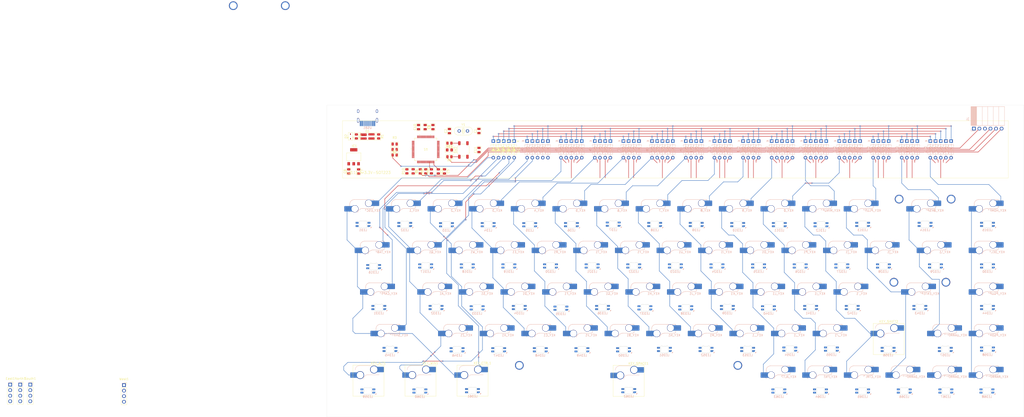
<source format=kicad_pcb>
(kicad_pcb
	(version 20241229)
	(generator "pcbnew")
	(generator_version "9.0")
	(general
		(thickness 1.6)
		(legacy_teardrops no)
	)
	(paper "A3")
	(layers
		(0 "F.Cu" signal)
		(4 "In1.Cu" signal)
		(6 "In2.Cu" signal)
		(2 "B.Cu" signal)
		(9 "F.Adhes" user "F.Adhesive")
		(11 "B.Adhes" user "B.Adhesive")
		(13 "F.Paste" user)
		(15 "B.Paste" user)
		(5 "F.SilkS" user "F.Silkscreen")
		(7 "B.SilkS" user "B.Silkscreen")
		(1 "F.Mask" user)
		(3 "B.Mask" user)
		(17 "Dwgs.User" user "User.Drawings")
		(19 "Cmts.User" user "User.Comments")
		(21 "Eco1.User" user "User.Eco1")
		(23 "Eco2.User" user "User.Eco2")
		(25 "Edge.Cuts" user)
		(27 "Margin" user)
		(31 "F.CrtYd" user "F.Courtyard")
		(29 "B.CrtYd" user "B.Courtyard")
		(35 "F.Fab" user)
		(33 "B.Fab" user)
		(39 "User.1" user)
		(41 "User.2" user)
		(43 "User.3" user)
		(45 "User.4" user)
		(47 "User.5" user)
		(49 "User.6" user)
		(51 "User.7" user)
		(53 "User.8" user)
		(55 "User.9" user)
	)
	(setup
		(stackup
			(layer "F.SilkS"
				(type "Top Silk Screen")
			)
			(layer "F.Paste"
				(type "Top Solder Paste")
			)
			(layer "F.Mask"
				(type "Top Solder Mask")
				(thickness 0.01)
			)
			(layer "F.Cu"
				(type "copper")
				(thickness 0.035)
			)
			(layer "dielectric 1"
				(type "prepreg")
				(thickness 0.1)
				(material "FR4")
				(epsilon_r 4.5)
				(loss_tangent 0.02)
			)
			(layer "In1.Cu"
				(type "copper")
				(thickness 0.035)
			)
			(layer "dielectric 2"
				(type "core")
				(thickness 1.24)
				(material "FR4")
				(epsilon_r 4.5)
				(loss_tangent 0.02)
			)
			(layer "In2.Cu"
				(type "copper")
				(thickness 0.035)
			)
			(layer "dielectric 3"
				(type "prepreg")
				(thickness 0.1)
				(material "FR4")
				(epsilon_r 4.5)
				(loss_tangent 0.02)
			)
			(layer "B.Cu"
				(type "copper")
				(thickness 0.035)
			)
			(layer "B.Mask"
				(type "Bottom Solder Mask")
				(thickness 0.01)
			)
			(layer "B.Paste"
				(type "Bottom Solder Paste")
			)
			(layer "B.SilkS"
				(type "Bottom Silk Screen")
			)
			(copper_finish "HAL lead-free")
			(dielectric_constraints no)
		)
		(pad_to_mask_clearance 0)
		(allow_soldermask_bridges_in_footprints no)
		(tenting front back)
		(grid_origin 44.85125 47.625)
		(pcbplotparams
			(layerselection 0x00000000_00000000_55555555_5755f5ff)
			(plot_on_all_layers_selection 0x00000000_00000000_00000000_00000000)
			(disableapertmacros no)
			(usegerberextensions no)
			(usegerberattributes yes)
			(usegerberadvancedattributes yes)
			(creategerberjobfile yes)
			(dashed_line_dash_ratio 12.000000)
			(dashed_line_gap_ratio 3.000000)
			(svgprecision 4)
			(plotframeref no)
			(mode 1)
			(useauxorigin no)
			(hpglpennumber 1)
			(hpglpenspeed 20)
			(hpglpendiameter 15.000000)
			(pdf_front_fp_property_popups yes)
			(pdf_back_fp_property_popups yes)
			(pdf_metadata yes)
			(pdf_single_document no)
			(dxfpolygonmode yes)
			(dxfimperialunits yes)
			(dxfusepcbnewfont yes)
			(psnegative no)
			(psa4output no)
			(plot_black_and_white yes)
			(sketchpadsonfab no)
			(plotpadnumbers no)
			(hidednponfab no)
			(sketchdnponfab yes)
			(crossoutdnponfab yes)
			(subtractmaskfromsilk no)
			(outputformat 1)
			(mirror no)
			(drillshape 1)
			(scaleselection 1)
			(outputdirectory "")
		)
	)
	(net 0 "")
	(net 1 "GND")
	(net 2 "+3.3V")
	(net 3 "+5V")
	(net 4 "Net-(D3-A)")
	(net 5 "Net-(D4-A)")
	(net 6 "Net-(D5-A)")
	(net 7 "Net-(D6-A)")
	(net 8 "Net-(D7-A)")
	(net 9 "Net-(D8-A)")
	(net 10 "Net-(D9-A)")
	(net 11 "Net-(D10-A)")
	(net 12 "Net-(D11-A)")
	(net 13 "Net-(D12-A)")
	(net 14 "Net-(D13-A)")
	(net 15 "Net-(D14-A)")
	(net 16 "Net-(D15-A)")
	(net 17 "Net-(D16-A)")
	(net 18 "Net-(D17-A)")
	(net 19 "Net-(D18-A)")
	(net 20 "Net-(D19-A)")
	(net 21 "Net-(D20-A)")
	(net 22 "Net-(D21-A)")
	(net 23 "Net-(D22-A)")
	(net 24 "Net-(D23-A)")
	(net 25 "Net-(D29-A)")
	(net 26 "Net-(D30-A)")
	(net 27 "Net-(D31-A)")
	(net 28 "Net-(D32-A)")
	(net 29 "Net-(D33-A)")
	(net 30 "Net-(D24-A)")
	(net 31 "Net-(D25-A)")
	(net 32 "Net-(D26-A)")
	(net 33 "Net-(D27-A)")
	(net 34 "Net-(D28-A)")
	(net 35 "Net-(D34-A)")
	(net 36 "/COL2")
	(net 37 "/COL3")
	(net 38 "/COL4")
	(net 39 "/COL5")
	(net 40 "/COL1")
	(net 41 "Net-(LED1-DOUT)")
	(net 42 "unconnected-(LED1-VDD-Pad1)")
	(net 43 "Net-(U1-OSCIN)")
	(net 44 "Net-(U1-OSCOUT)")
	(net 45 "Net-(U1-VCAP)")
	(net 46 "/NRST")
	(net 47 "/D+")
	(net 48 "/D-")
	(net 49 "/ROW1")
	(net 50 "/ROW2")
	(net 51 "/ROW3")
	(net 52 "/ROW4")
	(net 53 "/ROW5")
	(net 54 "Net-(D35-A)")
	(net 55 "unconnected-(LED1-VSS-Pad4)")
	(net 56 "/UART_TX_EAST")
	(net 57 "/UART_RX_EAST")
	(net 58 "Net-(U1-VDDA)")
	(net 59 "/RGB_DATAIN")
	(net 60 "Net-(D36-A)")
	(net 61 "Net-(D37-A)")
	(net 62 "Net-(D38-A)")
	(net 63 "Net-(D39-A)")
	(net 64 "Net-(D40-A)")
	(net 65 "Net-(D41-A)")
	(net 66 "Net-(D42-A)")
	(net 67 "Net-(D43-A)")
	(net 68 "Net-(D44-A)")
	(net 69 "Net-(D45-A)")
	(net 70 "Net-(D46-A)")
	(net 71 "Net-(D47-A)")
	(net 72 "Net-(D48-A)")
	(net 73 "Net-(D50-A)")
	(net 74 "Net-(D51-A)")
	(net 75 "Net-(D52-A)")
	(net 76 "Net-(D53-A)")
	(net 77 "Net-(D54-A)")
	(net 78 "Net-(D55-A)")
	(net 79 "Net-(D56-A)")
	(net 80 "Net-(D57-A)")
	(net 81 "Net-(D58-A)")
	(net 82 "/UART_TX_NORTH")
	(net 83 "/UART_RX_NORTH")
	(net 84 "Net-(USB1-CC2)")
	(net 85 "Net-(USB1-CC1)")
	(net 86 "Net-(U1-PA11)")
	(net 87 "Net-(U1-PA12)")
	(net 88 "Net-(U1-BOOT)")
	(net 89 "/JTCLK")
	(net 90 "Net-(J1-Pin_2)")
	(net 91 "/JTMS")
	(net 92 "Net-(J1-Pin_4)")
	(net 93 "Net-(J1-Pin_5)")
	(net 94 "Net-(J1-Pin_6)")
	(net 95 "/SWO")
	(net 96 "/UART_TX_SOUTH")
	(net 97 "/UART_RX_SOUTH")
	(net 98 "unconnected-(U1-PB12-Pad33)")
	(net 99 "AGND")
	(net 100 "Net-(D59-A)")
	(net 101 "/UART_TX_WEST")
	(net 102 "unconnected-(U1-PC14-Pad3)")
	(net 103 "unconnected-(U1-PC15-Pad4)")
	(net 104 "Net-(D60-A)")
	(net 105 "Net-(D61-A)")
	(net 106 "Net-(D62-A)")
	(net 107 "unconnected-(U1-PC1-Pad9)")
	(net 108 "unconnected-(U1-PC3-Pad11)")
	(net 109 "Net-(D64-A)")
	(net 110 "unconnected-(U1-PC2-Pad10)")
	(net 111 "Net-(D65-A)")
	(net 112 "Net-(D68-A)")
	(net 113 "/UART_RX_WEST")
	(net 114 "Net-(D71-A)")
	(net 115 "Net-(D72-A)")
	(net 116 "Net-(D73-A)")
	(net 117 "unconnected-(U1-PC0-Pad8)")
	(net 118 "unconnected-(U1-PC13-Pad2)")
	(net 119 "Net-(D2-A)")
	(net 120 "unconnected-(USB1-SBU2-Pad3)")
	(net 121 "unconnected-(USB1-SBU1-Pad9)")
	(net 122 "unconnected-(U1-PB8-Pad61)")
	(net 123 "unconnected-(U1-PB9-Pad62)")
	(net 124 "Net-(D74-A)")
	(net 125 "Net-(D75-A)")
	(net 126 "Net-(D76-A)")
	(net 127 "/COL12")
	(net 128 "/COL9")
	(net 129 "/COL10")
	(net 130 "/COL11")
	(net 131 "/COL6")
	(net 132 "/COL7")
	(net 133 "/COL8")
	(net 134 "/COL14")
	(net 135 "/COL13")
	(net 136 "/COL15")
	(net 137 "unconnected-(U1-PC4-Pad24)")
	(net 138 "unconnected-(LED1-DIN-Pad3)")
	(net 139 "Net-(LED2-DOUT)")
	(net 140 "unconnected-(LED2-VSS-Pad4)")
	(net 141 "unconnected-(LED2-VDD-Pad1)")
	(net 142 "unconnected-(LED3-VSS-Pad4)")
	(net 143 "unconnected-(LED3-VDD-Pad1)")
	(net 144 "Net-(LED3-DOUT)")
	(net 145 "unconnected-(LED4-VDD-Pad1)")
	(net 146 "unconnected-(LED4-VSS-Pad4)")
	(net 147 "Net-(LED4-DOUT)")
	(net 148 "unconnected-(LED5-VDD-Pad1)")
	(net 149 "Net-(LED5-DOUT)")
	(net 150 "unconnected-(LED5-VSS-Pad4)")
	(net 151 "unconnected-(LED6-VDD-Pad1)")
	(net 152 "unconnected-(LED6-VSS-Pad4)")
	(net 153 "Net-(LED6-DOUT)")
	(net 154 "unconnected-(LED7-VDD-Pad1)")
	(net 155 "unconnected-(LED7-VSS-Pad4)")
	(net 156 "Net-(LED7-DOUT)")
	(net 157 "Net-(LED8-DOUT)")
	(net 158 "unconnected-(LED8-VDD-Pad1)")
	(net 159 "unconnected-(LED8-VSS-Pad4)")
	(net 160 "Net-(LED10-DIN)")
	(net 161 "unconnected-(LED9-VDD-Pad1)")
	(net 162 "unconnected-(LED9-VSS-Pad4)")
	(net 163 "Net-(LED10-DOUT)")
	(net 164 "unconnected-(LED10-VDD-Pad1)")
	(net 165 "unconnected-(LED10-VSS-Pad4)")
	(net 166 "Net-(LED11-DOUT)")
	(net 167 "unconnected-(LED11-VDD-Pad1)")
	(net 168 "unconnected-(LED11-VSS-Pad4)")
	(net 169 "unconnected-(LED12-VDD-Pad1)")
	(net 170 "unconnected-(LED12-VSS-Pad4)")
	(net 171 "Net-(LED12-DOUT)")
	(net 172 "Net-(LED13-DOUT)")
	(net 173 "unconnected-(LED13-VSS-Pad4)")
	(net 174 "unconnected-(LED13-VDD-Pad1)")
	(net 175 "unconnected-(LED14-VDD-Pad1)")
	(net 176 "Net-(LED14-DOUT)")
	(net 177 "unconnected-(LED14-VSS-Pad4)")
	(net 178 "unconnected-(LED15-VSS-Pad4)")
	(net 179 "Net-(LED15-DOUT)")
	(net 180 "unconnected-(LED15-VDD-Pad1)")
	(net 181 "Net-(LED16-DOUT)")
	(net 182 "unconnected-(LED16-VDD-Pad1)")
	(net 183 "unconnected-(LED16-VSS-Pad4)")
	(net 184 "unconnected-(LED17-VDD-Pad1)")
	(net 185 "unconnected-(LED17-VSS-Pad4)")
	(net 186 "Net-(LED17-DOUT)")
	(net 187 "unconnected-(LED18-VDD-Pad1)")
	(net 188 "unconnected-(LED18-VSS-Pad4)")
	(net 189 "Net-(LED18-DOUT)")
	(net 190 "Net-(LED19-DOUT)")
	(net 191 "unconnected-(LED19-VDD-Pad1)")
	(net 192 "unconnected-(LED19-VSS-Pad4)")
	(net 193 "unconnected-(LED20-VSS-Pad4)")
	(net 194 "unconnected-(LED20-VDD-Pad1)")
	(net 195 "Net-(LED20-DOUT)")
	(net 196 "unconnected-(LED21-VSS-Pad4)")
	(net 197 "unconnected-(LED21-VDD-Pad1)")
	(net 198 "Net-(LED21-DOUT)")
	(net 199 "unconnected-(LED22-VSS-Pad4)")
	(net 200 "Net-(LED22-DOUT)")
	(net 201 "unconnected-(LED22-VDD-Pad1)")
	(net 202 "Net-(LED23-DOUT)")
	(net 203 "unconnected-(LED23-VDD-Pad1)")
	(net 204 "unconnected-(LED23-VSS-Pad4)")
	(net 205 "unconnected-(LED24-VDD-Pad1)")
	(net 206 "Net-(LED24-DOUT)")
	(net 207 "unconnected-(LED24-VSS-Pad4)")
	(net 208 "unconnected-(LED25-VSS-Pad4)")
	(net 209 "unconnected-(LED25-VDD-Pad1)")
	(net 210 "Net-(LED25-DOUT)")
	(net 211 "Net-(LED26-DOUT)")
	(net 212 "unconnected-(LED26-VSS-Pad4)")
	(net 213 "unconnected-(LED26-VDD-Pad1)")
	(net 214 "unconnected-(LED27-VSS-Pad4)")
	(net 215 "unconnected-(LED27-VDD-Pad1)")
	(net 216 "Net-(LED27-DOUT)")
	(net 217 "unconnected-(LED28-VSS-Pad4)")
	(net 218 "unconnected-(LED28-VDD-Pad1)")
	(net 219 "Net-(LED28-DOUT)")
	(net 220 "unconnected-(LED29-VDD-Pad1)")
	(net 221 "Net-(LED29-DOUT)")
	(net 222 "unconnected-(LED29-VSS-Pad4)")
	(net 223 "Net-(LED30-DOUT)")
	(net 224 "unconnected-(LED30-VSS-Pad4)")
	(net 225 "unconnected-(LED30-VDD-Pad1)")
	(net 226 "Net-(LED31-DOUT)")
	(net 227 "unconnected-(LED31-VSS-Pad4)")
	(net 228 "unconnected-(LED31-VDD-Pad1)")
	(net 229 "unconnected-(LED32-VSS-Pad4)")
	(net 230 "unconnected-(LED32-VDD-Pad1)")
	(net 231 "Net-(LED32-DOUT)")
	(net 232 "unconnected-(LED33-VSS-Pad4)")
	(net 233 "unconnected-(LED33-VDD-Pad1)")
	(net 234 "Net-(LED33-DOUT)")
	(net 235 "unconnected-(LED34-VDD-Pad1)")
	(net 236 "Net-(LED34-DOUT)")
	(net 237 "unconnected-(LED34-VSS-Pad4)")
	(net 238 "unconnected-(LED35-VSS-Pad4)")
	(net 239 "Net-(LED35-DOUT)")
	(net 240 "unconnected-(LED35-VDD-Pad1)")
	(net 241 "Net-(LED36-DOUT)")
	(net 242 "unconnected-(LED36-VDD-Pad1)")
	(net 243 "unconnected-(LED36-VSS-Pad4)")
	(net 244 "unconnected-(LED37-VSS-Pad4)")
	(net 245 "unconnected-(LED37-VDD-Pad1)")
	(net 246 "Net-(LED37-DOUT)")
	(net 247 "unconnected-(LED38-VSS-Pad4)")
	(net 248 "unconnected-(LED38-VDD-Pad1)")
	(net 249 "Net-(LED38-DOUT)")
	(net 250 "unconnected-(LED39-VDD-Pad1)")
	(net 251 "Net-(LED39-DOUT)")
	(net 252 "unconnected-(LED39-VSS-Pad4)")
	(net 253 "Net-(LED40-DOUT)")
	(net 254 "unconnected-(LED40-VSS-Pad4)")
	(net 255 "unconnected-(LED40-VDD-Pad1)")
	(net 256 "unconnected-(LED41-VSS-Pad4)")
	(net 257 "Net-(LED41-DOUT)")
	(net 258 "unconnected-(LED41-VDD-Pad1)")
	(net 259 "unconnected-(LED42-VDD-Pad1)")
	(net 260 "unconnected-(LED42-VSS-Pad4)")
	(net 261 "Net-(LED42-DOUT)")
	(net 262 "unconnected-(LED43-VSS-Pad4)")
	(net 263 "unconnected-(LED43-VDD-Pad1)")
	(net 264 "Net-(LED43-DOUT)")
	(net 265 "Net-(LED44-DOUT)")
	(net 266 "unconnected-(LED44-VSS-Pad4)")
	(net 267 "unconnected-(LED44-VDD-Pad1)")
	(net 268 "Net-(LED45-DOUT)")
	(net 269 "unconnected-(LED45-VSS-Pad4)")
	(net 270 "unconnected-(LED45-VDD-Pad1)")
	(net 271 "Net-(LED46-DOUT)")
	(net 272 "unconnected-(LED46-VDD-Pad1)")
	(net 273 "unconnected-(LED46-VSS-Pad4)")
	(net 274 "Net-(LED47-DOUT)")
	(net 275 "unconnected-(LED47-VSS-Pad4)")
	(net 276 "unconnected-(LED47-VDD-Pad1)")
	(net 277 "unconnected-(LED48-VDD-Pad1)")
	(net 278 "unconnected-(LED48-VSS-Pad4)")
	(net 279 "Net-(LED48-DOUT)")
	(net 280 "unconnected-(LED49-VDD-Pad1)")
	(net 281 "unconnected-(LED49-VSS-Pad4)")
	(net 282 "Net-(LED49-DOUT)")
	(net 283 "Net-(LED50-DOUT)")
	(net 284 "unconnected-(LED50-VDD-Pad1)")
	(net 285 "unconnected-(LED50-VSS-Pad4)")
	(net 286 "unconnected-(LED51-VDD-Pad1)")
	(net 287 "unconnected-(LED51-VSS-Pad4)")
	(net 288 "Net-(LED51-DOUT)")
	(net 289 "unconnected-(LED52-VDD-Pad1)")
	(net 290 "Net-(LED52-DOUT)")
	(net 291 "unconnected-(LED52-VSS-Pad4)")
	(net 292 "unconnected-(LED53-VDD-Pad1)")
	(net 293 "unconnected-(LED53-VSS-Pad4)")
	(net 294 "Net-(LED53-DOUT)")
	(net 295 "Net-(LED54-DOUT)")
	(net 296 "unconnected-(LED54-VDD-Pad1)")
	(net 297 "unconnected-(LED54-VSS-Pad4)")
	(net 298 "unconnected-(LED55-VDD-Pad1)")
	(net 299 "unconnected-(LED55-VSS-Pad4)")
	(net 300 "Net-(LED55-DOUT)")
	(net 301 "unconnected-(LED56-VDD-Pad1)")
	(net 302 "Net-(LED56-DOUT)")
	(net 303 "unconnected-(LED56-VSS-Pad4)")
	(net 304 "unconnected-(LED57-VDD-Pad1)")
	(net 305 "Net-(LED57-DOUT)")
	(net 306 "unconnected-(LED57-VSS-Pad4)")
	(net 307 "Net-(LED58-DOUT)")
	(net 308 "unconnected-(LED58-VDD-Pad1)")
	(net 309 "unconnected-(LED58-VSS-Pad4)")
	(net 310 "unconnected-(LED59-VDD-Pad1)")
	(net 311 "Net-(LED59-DOUT)")
	(net 312 "unconnected-(LED59-VSS-Pad4)")
	(net 313 "Net-(LED60-DOUT)")
	(net 314 "unconnected-(LED60-VDD-Pad1)")
	(net 315 "unconnected-(LED60-VSS-Pad4)")
	(net 316 "Net-(LED61-DOUT)")
	(net 317 "unconnected-(LED61-VSS-Pad4)")
	(net 318 "unconnected-(LED61-VDD-Pad1)")
	(net 319 "unconnected-(LED62-VDD-Pad1)")
	(net 320 "unconnected-(LED62-VSS-Pad4)")
	(net 321 "Net-(LED62-DOUT)")
	(net 322 "unconnected-(LED63-VDD-Pad1)")
	(net 323 "unconnected-(LED63-VSS-Pad4)")
	(net 324 "Net-(LED63-DOUT)")
	(net 325 "unconnected-(LED64-VDD-Pad1)")
	(net 326 "unconnected-(LED64-VSS-Pad4)")
	(net 327 "Net-(LED64-DOUT)")
	(net 328 "unconnected-(LED65-VDD-Pad1)")
	(net 329 "Net-(LED65-DOUT)")
	(net 330 "unconnected-(LED65-VSS-Pad4)")
	(net 331 "unconnected-(LED66-VSS-Pad4)")
	(net 332 "Net-(LED66-DOUT)")
	(net 333 "unconnected-(LED66-VDD-Pad1)")
	(net 334 "unconnected-(LED67-VSS-Pad4)")
	(net 335 "unconnected-(LED67-VDD-Pad1)")
	(net 336 "Net-(LED67-DOUT)")
	(net 337 "unconnected-(LED68-VDD-Pad1)")
	(net 338 "unconnected-(LED68-VSS-Pad4)")
	(net 339 "unconnected-(LED68-DOUT-Pad2)")
	(net 340 "unconnected-(U1-PA6-Pad22)")
	(net 341 "unconnected-(U1-PA4-Pad20)")
	(net 342 "unconnected-(U1-PA7-Pad23)")
	(footprint "PCM_Resistor_SMD_AKL:R_0805_2012Metric" (layer "F.Cu") (at 87.60825 77.925 90))
	(footprint "PCM_Capacitor_SMD_AKL:C_0805_2012Metric" (layer "F.Cu") (at 54.85125 77.95 90))
	(footprint "PCM_marbastlib-mx:STAB_MX_P_2u" (layer "F.Cu") (at 318.695 97.63125))
	(footprint "PCM_Resistor_SMD_AKL:R_0805_2012Metric" (layer "F.Cu") (at 100.95125 65.025 180))
	(footprint "PCM_Diode_THT_AKL:D_DO-35_SOD27_P7.62mm_Horizontal" (layer "F.Cu") (at 123.4325 64.055625 -90))
	(footprint "PCM_Diode_THT_AKL:D_DO-35_SOD27_P7.62mm_Horizontal" (layer "F.Cu") (at 121.05125 64.055625 -90))
	(footprint "PCM_Switch_Keyboard_Hotswap_Kailh:SW_Hotswap_Kailh_MX_Plated_1.25u" (layer "F.Cu") (at 111.52625 173.83125))
	(footprint "PCM_Switch_Keyboard_Hotswap_Kailh:SW_Hotswap_Kailh_MX_Plated_1.25u" (layer "F.Cu") (at 182.96375 173.99))
	(footprint "Connector_PinSocket_2.54mm:PinSocket_1x04_P2.54mm_Vertical" (layer "F.Cu") (at -95.500606 175.67325))
	(footprint "PCM_Resistor_SMD_AKL:R_0805_2012Metric" (layer "F.Cu") (at 92.70825 77.925 90))
	(footprint "PCM_Resistor_SMD_AKL:R_0805_2012Metric" (layer "F.Cu") (at 81.47625 77.925 90))
	(footprint "Connector_PinSocket_2.54mm:PinSocket_1x04_P2.54mm_Vertical" (layer "F.Cu") (at -48.0175 175.895))
	(footprint "PCM_marbastlib-mx:STAB_MX_2.25u" (layer "F.Cu") (at 73.42625 154.78125))
	(footprint "PCM_marbastlib-mx:STAB_MX_P_6.25u" (layer "F.Cu") (at 182.96375 173.83125))
	(footprint "PCM_Resistor_SMD_AKL:R_0805_2012Metric" (layer "F.Cu") (at 75.87625 65.425))
	(footprint "PCM_marbastlib-mx:STAB_MX_P_2.25u" (layer "F.Cu") (at 316.31375 135.73125))
	(footprint "PCM_Capacitor_SMD_AKL:C_0805_2012Metric" (layer "F.Cu") (at 93.40125 57.65 90))
	(footprint "PCM_Resistor_SMD_AKL:R_0805_2012Metric" (layer "F.Cu") (at 75.87625 70.425))
	(footprint "PCM_Capacitor_SMD_AKL:C_0805_2012Metric" (layer "F.Cu") (at 100.95125 59.475 90))
	(footprint "PCM_Diode_THT_AKL:D_DO-35_SOD27_P7.62mm_Horizontal" (layer "F.Cu") (at 125.81375 64.055625 -90))
	(footprint "PCM_Capacitor_SMD_AKL:C_0805_2012Metric" (layer "F.Cu") (at 89.85125 57.65 -90))
	(footprint "PCM_Capacitor_SMD_AKL:C_0805_2012Metric" (layer "F.Cu") (at 84.35125 77.925 -90))
	(footprint "PCM_Switch_Keyboard_Hotswap_Kailh:SW_Hotswap_Kailh_MX_Plated_1.25u" (layer "F.Cu") (at 63.90125 173.83125))
	(footprint "PCM_marbastlib-various:SW_SPST_SKQG_WithStem" (layer "F.Cu") (at 107.34125 68.125 90))
	(footprint "PCM_Diode_THT_AKL:D_DO-35_SOD27_P7.62mm_Horizontal" (layer "F.Cu") (at 128.195 64.055625 -90))
	(footprint "PCM_Diode_SMD_AKL:D_SOD-323" (layer "F.Cu") (at 55.65125 61.925 90))
	(footprint "PCM_marbastlib-mx:STAB_MX_P_2u" (layer "F.Cu") (at 13.90625 8.985))
	(footprint "PCM_Switch_Keyboard_Hotswap_Kailh:SW_Hotswap_Kailh_MX_Plated_1.25u"
		(layer "F.Cu")
		(uuid "834c1dd2-efdb-4b79-8f45-a2157810891a")
		(at 87.71375 173.83125)
		(descr "Kailh keyswitch Hotswap Socket plated holes Keycap 1.25u")
		(tags "Kailh Keyboard Keyswitch Switch Hotswap Socket Plated Relief Cutout Keycap 1.25u")
		(property "Reference" "KEY_WIN1"
			(at 4.52 -8 0)
			(layer "F.SilkS")
			(uuid "98d124cb-bc44-4fe7-8d69-387f701bb3fb")
			(effects
				(font
					(size 1 1)
					(thickness 0.15)
				)
			)
		)
		(property "Value" "MX_SW_HS"
			(at 0 8 0)
			(layer "F.Fab")
			(uuid "d2e384e7-e910-4136-b53b-331a600fcbbf")
			(effects
				(font
					(size 1 1)
					(thickness 0.15)
				)
			)
		)
		(property "Datasheet" "~"
			(at 0 0 0)
			(layer "F.Fab")
			(hide yes)
			(uuid "cb5f47b1-f7fb-42f9-b47d-5e291712d106")
			(effects
				(font
					(size 1.27 1.27)
					(thickness 0.15)
				)
			)
		)
		(property "Description" "Push button switch, normally open, two pins, 45° tilted, Kailh CPG151101S11 for Cherry MX style switches"
			(at 0 0 0)
			(layer "F.Fab")
			(hide yes)
			(uuid "8f69c746-3835-47a9-9324-c89eec1544ba")
			(effects
				(font
					(size 1.27 1.27)
					(thickness 0.15)
				)
			)
		)
		(path "/1d905906-6e74-4741-8b2e-53dc470a7c79/845bb780-6e16-47cd-a15e-538adef12cb0")
		(sheetname "/Keymatrix/")
		(
... [2201632 chars truncated]
</source>
